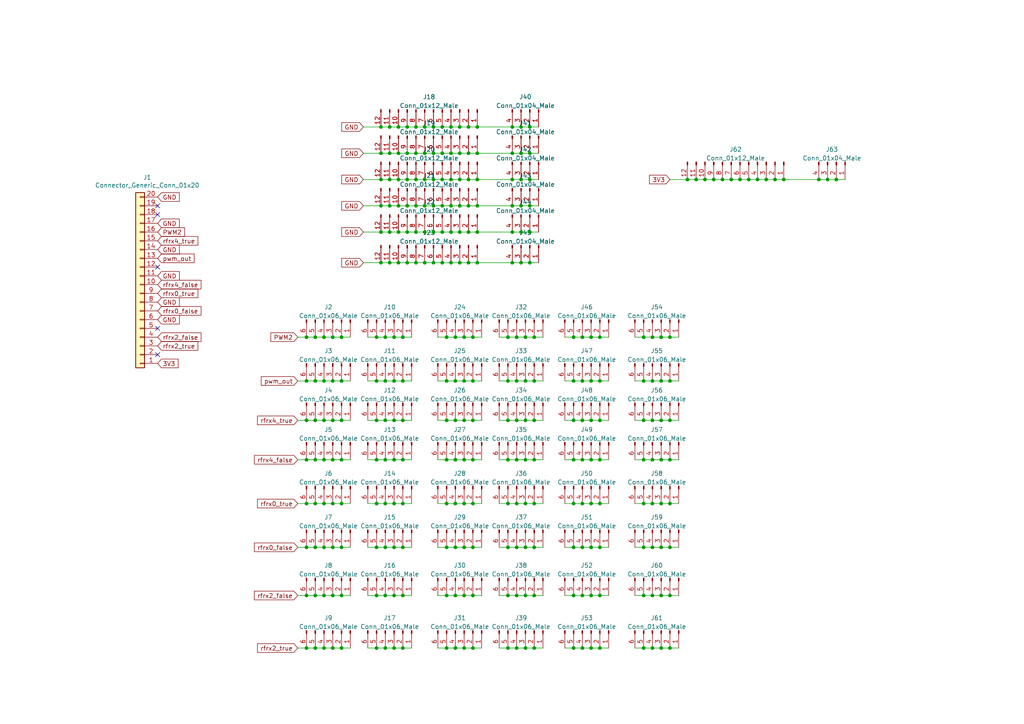
<source format=kicad_sch>
(kicad_sch (version 20211123) (generator eeschema)
  (paper "A4")
  (lib_symbols
    (symbol "Connector:Conn_01x04_Male" (pin_names (offset 1.016) hide)
      (property "Reference" "J" (at 0 5.08 0))
      (property "Value" "Conn_01x04_Male" (at 0 -7.62 0))
      (symbol "Conn_01x04_Male_1_1"
        (pin passive line (at 5.08 2.54 180) (length 3.81) (name "Pin_1") (number "1"))
        (pin passive line (at 5.08 0 180) (length 3.81) (name "Pin_2") (number "2"))
        (pin passive line (at 5.08 -2.54 180) (length 3.81) (name "Pin_3") (number "3"))
        (pin passive line (at 5.08 -5.08 180) (length 3.81) (name "Pin_4") (number "4"))
      )
    )
    (symbol "Connector:Conn_01x06_Male" (pin_names (offset 1.016) hide)
      (property "Reference" "J" (at 0 7.62 0))
      (property "Value" "Conn_01x06_Male" (at 0 -10.16 0))
      (symbol "Conn_01x06_Male_1_1"
        (pin passive line (at 5.08 5.08 180) (length 3.81) (name "Pin_1") (number "1"))
        (pin passive line (at 5.08 2.54 180) (length 3.81) (name "Pin_2") (number "2"))
        (pin passive line (at 5.08 0 180) (length 3.81) (name "Pin_3") (number "3"))
        (pin passive line (at 5.08 -2.54 180) (length 3.81) (name "Pin_4") (number "4"))
        (pin passive line (at 5.08 -5.08 180) (length 3.81) (name "Pin_5") (number "5"))
        (pin passive line (at 5.08 -7.62 180) (length 3.81) (name "Pin_6") (number "6"))
      )
    )
    (symbol "Connector:Conn_01x12_Male" (pin_names (offset 1.016) hide)
      (property "Reference" "J" (at 0 15.24 0))
      (property "Value" "Conn_01x12_Male" (at 0 -17.78 0))
      (symbol "Conn_01x12_Male_1_1"
        (pin passive line (at 5.08 12.7 180) (length 3.81) (name "Pin_1") (number "1"))
        (pin passive line (at 5.08 -10.16 180) (length 3.81) (name "Pin_10") (number "10"))
        (pin passive line (at 5.08 -12.7 180) (length 3.81) (name "Pin_11") (number "11"))
        (pin passive line (at 5.08 -15.24 180) (length 3.81) (name "Pin_12") (number "12"))
        (pin passive line (at 5.08 10.16 180) (length 3.81) (name "Pin_2") (number "2"))
        (pin passive line (at 5.08 7.62 180) (length 3.81) (name "Pin_3") (number "3"))
        (pin passive line (at 5.08 5.08 180) (length 3.81) (name "Pin_4") (number "4"))
        (pin passive line (at 5.08 2.54 180) (length 3.81) (name "Pin_5") (number "5"))
        (pin passive line (at 5.08 0 180) (length 3.81) (name "Pin_6") (number "6"))
        (pin passive line (at 5.08 -2.54 180) (length 3.81) (name "Pin_7") (number "7"))
        (pin passive line (at 5.08 -5.08 180) (length 3.81) (name "Pin_8") (number "8"))
        (pin passive line (at 5.08 -7.62 180) (length 3.81) (name "Pin_9") (number "9"))
      )
    )
    (symbol "bgt:Connector_Generic_Conn_01x20" (pin_names (offset 1.016) hide)
      (property "Reference" "J" (at 0 25.4 0))
      (property "Value" "bgt_Connector_Generic_Conn_01x20" (at 0 -27.94 0))
      (symbol "Connector_Generic_Conn_01x20_1_1"
        (pin passive line (at -5.08 22.86 0) (length 3.81) (name "Pin_1") (number "1"))
        (pin passive line (at -5.08 0 0) (length 3.81) (name "Pin_10") (number "10"))
        (pin passive line (at -5.08 -2.54 0) (length 3.81) (name "Pin_11") (number "11"))
        (pin passive line (at -5.08 -5.08 0) (length 3.81) (name "Pin_12") (number "12"))
        (pin passive line (at -5.08 -7.62 0) (length 3.81) (name "Pin_13") (number "13"))
        (pin passive line (at -5.08 -10.16 0) (length 3.81) (name "Pin_14") (number "14"))
        (pin passive line (at -5.08 -12.7 0) (length 3.81) (name "Pin_15") (number "15"))
        (pin passive line (at -5.08 -15.24 0) (length 3.81) (name "Pin_16") (number "16"))
        (pin passive line (at -5.08 -17.78 0) (length 3.81) (name "Pin_17") (number "17"))
        (pin passive line (at -5.08 -20.32 0) (length 3.81) (name "Pin_18") (number "18"))
        (pin passive line (at -5.08 -22.86 0) (length 3.81) (name "Pin_19") (number "19"))
        (pin passive line (at -5.08 20.32 0) (length 3.81) (name "Pin_2") (number "2"))
        (pin passive line (at -5.08 -25.4 0) (length 3.81) (name "Pin_20") (number "20"))
        (pin passive line (at -5.08 17.78 0) (length 3.81) (name "Pin_3") (number "3"))
        (pin passive line (at -5.08 15.24 0) (length 3.81) (name "Pin_4") (number "4"))
        (pin passive line (at -5.08 12.7 0) (length 3.81) (name "Pin_5") (number "5"))
        (pin passive line (at -5.08 10.16 0) (length 3.81) (name "Pin_6") (number "6"))
        (pin passive line (at -5.08 7.62 0) (length 3.81) (name "Pin_7") (number "7"))
        (pin passive line (at -5.08 5.08 0) (length 3.81) (name "Pin_8") (number "8"))
        (pin passive line (at -5.08 2.54 0) (length 3.81) (name "Pin_9") (number "9"))
      )
    )
  )
  (junction (at 171.45 97.79))
  (junction (at 128.27 36.83))
  (junction (at 189.23 158.75))
  (junction (at 110.49 67.31))
  (junction (at 191.77 133.35))
  (junction (at 224.79 52.07))
  (junction (at 96.52 121.92))
  (junction (at 191.77 146.05))
  (junction (at 149.86 97.79))
  (junction (at 133.35 36.83))
  (junction (at 115.57 52.07))
  (junction (at 96.52 110.49))
  (junction (at 148.59 36.83))
  (junction (at 111.76 121.92))
  (junction (at 147.32 121.92))
  (junction (at 168.91 187.96))
  (junction (at 148.59 76.2))
  (junction (at 191.77 97.79))
  (junction (at 130.81 59.69))
  (junction (at 118.11 52.07))
  (junction (at 153.67 36.83))
  (junction (at 168.91 133.35))
  (junction (at 132.08 158.75))
  (junction (at 116.84 110.49))
  (junction (at 88.9 158.75))
  (junction (at 189.23 97.79))
  (junction (at 110.49 52.07))
  (junction (at 171.45 133.35))
  (junction (at 191.77 110.49))
  (junction (at 132.08 97.79))
  (junction (at 120.65 52.07))
  (junction (at 194.31 187.96))
  (junction (at 130.81 44.45))
  (junction (at 96.52 146.05))
  (junction (at 113.03 44.45))
  (junction (at 201.93 52.07))
  (junction (at 109.22 146.05))
  (junction (at 128.27 44.45))
  (junction (at 154.94 158.75))
  (junction (at 151.13 67.31))
  (junction (at 114.3 97.79))
  (junction (at 191.77 158.75))
  (junction (at 152.4 172.72))
  (junction (at 113.03 59.69))
  (junction (at 99.06 133.35))
  (junction (at 132.08 121.92))
  (junction (at 219.71 52.07))
  (junction (at 173.99 121.92))
  (junction (at 151.13 44.45))
  (junction (at 133.35 52.07))
  (junction (at 132.08 146.05))
  (junction (at 168.91 121.92))
  (junction (at 173.99 97.79))
  (junction (at 109.22 187.96))
  (junction (at 134.62 172.72))
  (junction (at 120.65 44.45))
  (junction (at 191.77 172.72))
  (junction (at 109.22 158.75))
  (junction (at 132.08 110.49))
  (junction (at 137.16 187.96))
  (junction (at 194.31 110.49))
  (junction (at 149.86 133.35))
  (junction (at 189.23 146.05))
  (junction (at 96.52 187.96))
  (junction (at 118.11 76.2))
  (junction (at 173.99 146.05))
  (junction (at 166.37 158.75))
  (junction (at 125.73 76.2))
  (junction (at 123.19 67.31))
  (junction (at 154.94 172.72))
  (junction (at 129.54 133.35))
  (junction (at 153.67 52.07))
  (junction (at 147.32 172.72))
  (junction (at 129.54 110.49))
  (junction (at 153.67 76.2))
  (junction (at 109.22 110.49))
  (junction (at 129.54 158.75))
  (junction (at 93.98 146.05))
  (junction (at 99.06 187.96))
  (junction (at 133.35 44.45))
  (junction (at 166.37 146.05))
  (junction (at 99.06 146.05))
  (junction (at 110.49 36.83))
  (junction (at 134.62 187.96))
  (junction (at 171.45 172.72))
  (junction (at 132.08 133.35))
  (junction (at 99.06 158.75))
  (junction (at 91.44 158.75))
  (junction (at 237.49 52.07))
  (junction (at 173.99 110.49))
  (junction (at 93.98 158.75))
  (junction (at 135.89 44.45))
  (junction (at 91.44 121.92))
  (junction (at 137.16 110.49))
  (junction (at 186.69 97.79))
  (junction (at 138.43 67.31))
  (junction (at 134.62 121.92))
  (junction (at 130.81 76.2))
  (junction (at 114.3 187.96))
  (junction (at 138.43 44.45))
  (junction (at 118.11 44.45))
  (junction (at 151.13 76.2))
  (junction (at 120.65 67.31))
  (junction (at 115.57 59.69))
  (junction (at 134.62 158.75))
  (junction (at 93.98 133.35))
  (junction (at 128.27 67.31))
  (junction (at 110.49 76.2))
  (junction (at 116.84 133.35))
  (junction (at 111.76 97.79))
  (junction (at 154.94 133.35))
  (junction (at 116.84 146.05))
  (junction (at 147.32 158.75))
  (junction (at 149.86 187.96))
  (junction (at 123.19 36.83))
  (junction (at 222.25 52.07))
  (junction (at 91.44 133.35))
  (junction (at 123.19 44.45))
  (junction (at 186.69 158.75))
  (junction (at 194.31 172.72))
  (junction (at 118.11 36.83))
  (junction (at 96.52 172.72))
  (junction (at 154.94 110.49))
  (junction (at 130.81 52.07))
  (junction (at 115.57 36.83))
  (junction (at 148.59 44.45))
  (junction (at 152.4 146.05))
  (junction (at 118.11 67.31))
  (junction (at 191.77 121.92))
  (junction (at 168.91 172.72))
  (junction (at 118.11 59.69))
  (junction (at 125.73 52.07))
  (junction (at 137.16 158.75))
  (junction (at 147.32 133.35))
  (junction (at 189.23 172.72))
  (junction (at 134.62 97.79))
  (junction (at 116.84 172.72))
  (junction (at 186.69 133.35))
  (junction (at 168.91 158.75))
  (junction (at 88.9 146.05))
  (junction (at 134.62 133.35))
  (junction (at 148.59 52.07))
  (junction (at 173.99 187.96))
  (junction (at 133.35 76.2))
  (junction (at 88.9 121.92))
  (junction (at 166.37 110.49))
  (junction (at 96.52 97.79))
  (junction (at 99.06 121.92))
  (junction (at 171.45 121.92))
  (junction (at 171.45 187.96))
  (junction (at 115.57 67.31))
  (junction (at 204.47 52.07))
  (junction (at 147.32 187.96))
  (junction (at 109.22 133.35))
  (junction (at 113.03 67.31))
  (junction (at 120.65 76.2))
  (junction (at 116.84 121.92))
  (junction (at 88.9 187.96))
  (junction (at 171.45 146.05))
  (junction (at 111.76 110.49))
  (junction (at 189.23 133.35))
  (junction (at 217.17 52.07))
  (junction (at 153.67 59.69))
  (junction (at 132.08 172.72))
  (junction (at 129.54 146.05))
  (junction (at 120.65 36.83))
  (junction (at 132.08 187.96))
  (junction (at 194.31 97.79))
  (junction (at 113.03 36.83))
  (junction (at 148.59 59.69))
  (junction (at 109.22 172.72))
  (junction (at 137.16 172.72))
  (junction (at 125.73 36.83))
  (junction (at 194.31 121.92))
  (junction (at 129.54 172.72))
  (junction (at 138.43 76.2))
  (junction (at 194.31 146.05))
  (junction (at 129.54 121.92))
  (junction (at 212.09 52.07))
  (junction (at 227.33 52.07))
  (junction (at 111.76 133.35))
  (junction (at 152.4 97.79))
  (junction (at 173.99 133.35))
  (junction (at 149.86 172.72))
  (junction (at 114.3 172.72))
  (junction (at 154.94 187.96))
  (junction (at 152.4 158.75))
  (junction (at 114.3 121.92))
  (junction (at 135.89 59.69))
  (junction (at 189.23 187.96))
  (junction (at 147.32 110.49))
  (junction (at 137.16 97.79))
  (junction (at 189.23 121.92))
  (junction (at 154.94 97.79))
  (junction (at 186.69 172.72))
  (junction (at 96.52 158.75))
  (junction (at 149.86 146.05))
  (junction (at 113.03 52.07))
  (junction (at 109.22 97.79))
  (junction (at 152.4 121.92))
  (junction (at 91.44 110.49))
  (junction (at 151.13 59.69))
  (junction (at 189.23 110.49))
  (junction (at 99.06 97.79))
  (junction (at 88.9 97.79))
  (junction (at 149.86 121.92))
  (junction (at 129.54 97.79))
  (junction (at 186.69 187.96))
  (junction (at 240.03 52.07))
  (junction (at 130.81 36.83))
  (junction (at 154.94 146.05))
  (junction (at 111.76 146.05))
  (junction (at 120.65 59.69))
  (junction (at 138.43 36.83))
  (junction (at 166.37 187.96))
  (junction (at 91.44 172.72))
  (junction (at 125.73 67.31))
  (junction (at 93.98 187.96))
  (junction (at 138.43 52.07))
  (junction (at 111.76 158.75))
  (junction (at 123.19 59.69))
  (junction (at 93.98 121.92))
  (junction (at 171.45 110.49))
  (junction (at 128.27 76.2))
  (junction (at 125.73 44.45))
  (junction (at 151.13 36.83))
  (junction (at 113.03 76.2))
  (junction (at 115.57 76.2))
  (junction (at 173.99 158.75))
  (junction (at 123.19 52.07))
  (junction (at 168.91 146.05))
  (junction (at 148.59 67.31))
  (junction (at 135.89 76.2))
  (junction (at 93.98 97.79))
  (junction (at 109.22 121.92))
  (junction (at 168.91 97.79))
  (junction (at 99.06 172.72))
  (junction (at 173.99 172.72))
  (junction (at 125.73 59.69))
  (junction (at 154.94 121.92))
  (junction (at 88.9 172.72))
  (junction (at 116.84 97.79))
  (junction (at 128.27 59.69))
  (junction (at 130.81 67.31))
  (junction (at 91.44 146.05))
  (junction (at 147.32 97.79))
  (junction (at 166.37 97.79))
  (junction (at 88.9 110.49))
  (junction (at 207.01 52.07))
  (junction (at 168.91 110.49))
  (junction (at 96.52 133.35))
  (junction (at 186.69 146.05))
  (junction (at 134.62 146.05))
  (junction (at 149.86 158.75))
  (junction (at 194.31 158.75))
  (junction (at 116.84 187.96))
  (junction (at 153.67 67.31))
  (junction (at 111.76 172.72))
  (junction (at 133.35 67.31))
  (junction (at 135.89 67.31))
  (junction (at 88.9 133.35))
  (junction (at 186.69 110.49))
  (junction (at 110.49 44.45))
  (junction (at 115.57 44.45))
  (junction (at 152.4 110.49))
  (junction (at 114.3 146.05))
  (junction (at 149.86 110.49))
  (junction (at 153.67 44.45))
  (junction (at 116.84 158.75))
  (junction (at 138.43 59.69))
  (junction (at 111.76 187.96))
  (junction (at 133.35 59.69))
  (junction (at 191.77 187.96))
  (junction (at 91.44 97.79))
  (junction (at 137.16 121.92))
  (junction (at 242.57 52.07))
  (junction (at 114.3 133.35))
  (junction (at 134.62 110.49))
  (junction (at 199.39 52.07))
  (junction (at 93.98 110.49))
  (junction (at 186.69 121.92))
  (junction (at 137.16 133.35))
  (junction (at 129.54 187.96))
  (junction (at 110.49 59.69))
  (junction (at 114.3 110.49))
  (junction (at 214.63 52.07))
  (junction (at 99.06 110.49))
  (junction (at 135.89 36.83))
  (junction (at 151.13 52.07))
  (junction (at 91.44 187.96))
  (junction (at 135.89 52.07))
  (junction (at 152.4 187.96))
  (junction (at 194.31 133.35))
  (junction (at 166.37 172.72))
  (junction (at 147.32 146.05))
  (junction (at 128.27 52.07))
  (junction (at 114.3 158.75))
  (junction (at 137.16 146.05))
  (junction (at 171.45 158.75))
  (junction (at 93.98 172.72))
  (junction (at 152.4 133.35))
  (junction (at 209.55 52.07))
  (junction (at 123.19 76.2))
  (junction (at 166.37 133.35))
  (junction (at 166.37 121.92))
  (no_connect (at 45.72 95.25))
  (no_connect (at 45.72 102.87))
  (no_connect (at 45.72 77.47))
  (no_connect (at 45.72 62.23))
  (no_connect (at 45.72 59.69))
  (wire (pts (xy 105.41 36.83) (xy 110.49 36.83)))
  (wire (pts (xy 186.69 172.72) (xy 189.23 172.72)))
  (wire (pts (xy 111.76 187.96) (xy 114.3 187.96)))
  (wire (pts (xy 147.32 187.96) (xy 149.86 187.96)))
  (wire (pts (xy 147.32 133.35) (xy 149.86 133.35)))
  (wire (pts (xy 191.77 146.05) (xy 194.31 146.05)))
  (wire (pts (xy 113.03 59.69) (xy 115.57 59.69)))
  (wire (pts (xy 113.03 44.45) (xy 115.57 44.45)))
  (wire (pts (xy 111.76 158.75) (xy 114.3 158.75)))
  (wire (pts (xy 171.45 97.79) (xy 173.99 97.79)))
  (wire (pts (xy 194.31 187.96) (xy 196.85 187.96)))
  (wire (pts (xy 171.45 121.92) (xy 173.99 121.92)))
  (wire (pts (xy 191.77 187.96) (xy 194.31 187.96)))
  (wire (pts (xy 91.44 158.75) (xy 93.98 158.75)))
  (wire (pts (xy 106.68 187.96) (xy 109.22 187.96)))
  (wire (pts (xy 116.84 172.72) (xy 119.38 172.72)))
  (wire (pts (xy 194.31 133.35) (xy 196.85 133.35)))
  (wire (pts (xy 144.78 158.75) (xy 147.32 158.75)))
  (wire (pts (xy 111.76 110.49) (xy 114.3 110.49)))
  (wire (pts (xy 149.86 172.72) (xy 152.4 172.72)))
  (wire (pts (xy 86.36 110.49) (xy 88.9 110.49)))
  (wire (pts (xy 129.54 146.05) (xy 132.08 146.05)))
  (wire (pts (xy 93.98 158.75) (xy 96.52 158.75)))
  (wire (pts (xy 149.86 146.05) (xy 152.4 146.05)))
  (wire (pts (xy 106.68 146.05) (xy 109.22 146.05)))
  (wire (pts (xy 130.81 52.07) (xy 133.35 52.07)))
  (wire (pts (xy 113.03 36.83) (xy 115.57 36.83)))
  (wire (pts (xy 113.03 67.31) (xy 115.57 67.31)))
  (wire (pts (xy 135.89 44.45) (xy 138.43 44.45)))
  (wire (pts (xy 137.16 97.79) (xy 139.7 97.79)))
  (wire (pts (xy 219.71 52.07) (xy 222.25 52.07)))
  (wire (pts (xy 88.9 110.49) (xy 91.44 110.49)))
  (wire (pts (xy 184.15 172.72) (xy 186.69 172.72)))
  (wire (pts (xy 132.08 110.49) (xy 134.62 110.49)))
  (wire (pts (xy 88.9 146.05) (xy 91.44 146.05)))
  (wire (pts (xy 134.62 146.05) (xy 137.16 146.05)))
  (wire (pts (xy 194.31 172.72) (xy 196.85 172.72)))
  (wire (pts (xy 109.22 158.75) (xy 111.76 158.75)))
  (wire (pts (xy 148.59 36.83) (xy 151.13 36.83)))
  (wire (pts (xy 227.33 52.07) (xy 237.49 52.07)))
  (wire (pts (xy 99.06 158.75) (xy 101.6 158.75)))
  (wire (pts (xy 91.44 133.35) (xy 93.98 133.35)))
  (wire (pts (xy 184.15 133.35) (xy 186.69 133.35)))
  (wire (pts (xy 110.49 52.07) (xy 113.03 52.07)))
  (wire (pts (xy 186.69 110.49) (xy 189.23 110.49)))
  (wire (pts (xy 114.3 172.72) (xy 116.84 172.72)))
  (wire (pts (xy 116.84 110.49) (xy 119.38 110.49)))
  (wire (pts (xy 171.45 110.49) (xy 173.99 110.49)))
  (wire (pts (xy 163.83 133.35) (xy 166.37 133.35)))
  (wire (pts (xy 166.37 133.35) (xy 168.91 133.35)))
  (wire (pts (xy 96.52 110.49) (xy 99.06 110.49)))
  (wire (pts (xy 125.73 52.07) (xy 128.27 52.07)))
  (wire (pts (xy 130.81 67.31) (xy 133.35 67.31)))
  (wire (pts (xy 189.23 172.72) (xy 191.77 172.72)))
  (wire (pts (xy 138.43 52.07) (xy 148.59 52.07)))
  (wire (pts (xy 166.37 110.49) (xy 168.91 110.49)))
  (wire (pts (xy 135.89 52.07) (xy 138.43 52.07)))
  (wire (pts (xy 91.44 97.79) (xy 93.98 97.79)))
  (wire (pts (xy 93.98 97.79) (xy 96.52 97.79)))
  (wire (pts (xy 127 121.92) (xy 129.54 121.92)))
  (wire (pts (xy 189.23 187.96) (xy 191.77 187.96)))
  (wire (pts (xy 127 146.05) (xy 129.54 146.05)))
  (wire (pts (xy 137.16 121.92) (xy 139.7 121.92)))
  (wire (pts (xy 144.78 172.72) (xy 147.32 172.72)))
  (wire (pts (xy 125.73 67.31) (xy 128.27 67.31)))
  (wire (pts (xy 116.84 121.92) (xy 119.38 121.92)))
  (wire (pts (xy 144.78 110.49) (xy 147.32 110.49)))
  (wire (pts (xy 96.52 133.35) (xy 99.06 133.35)))
  (wire (pts (xy 135.89 59.69) (xy 138.43 59.69)))
  (wire (pts (xy 151.13 67.31) (xy 153.67 67.31)))
  (wire (pts (xy 110.49 67.31) (xy 113.03 67.31)))
  (wire (pts (xy 154.94 121.92) (xy 157.48 121.92)))
  (wire (pts (xy 171.45 146.05) (xy 173.99 146.05)))
  (wire (pts (xy 105.41 67.31) (xy 110.49 67.31)))
  (wire (pts (xy 132.08 121.92) (xy 134.62 121.92)))
  (wire (pts (xy 115.57 52.07) (xy 118.11 52.07)))
  (wire (pts (xy 93.98 133.35) (xy 96.52 133.35)))
  (wire (pts (xy 105.41 59.69) (xy 110.49 59.69)))
  (wire (pts (xy 135.89 76.2) (xy 138.43 76.2)))
  (wire (pts (xy 134.62 187.96) (xy 137.16 187.96)))
  (wire (pts (xy 163.83 121.92) (xy 166.37 121.92)))
  (wire (pts (xy 125.73 76.2) (xy 128.27 76.2)))
  (wire (pts (xy 88.9 158.75) (xy 91.44 158.75)))
  (wire (pts (xy 194.31 52.07) (xy 199.39 52.07)))
  (wire (pts (xy 127 158.75) (xy 129.54 158.75)))
  (wire (pts (xy 184.15 146.05) (xy 186.69 146.05)))
  (wire (pts (xy 149.86 187.96) (xy 152.4 187.96)))
  (wire (pts (xy 184.15 121.92) (xy 186.69 121.92)))
  (wire (pts (xy 123.19 59.69) (xy 125.73 59.69)))
  (wire (pts (xy 224.79 52.07) (xy 227.33 52.07)))
  (wire (pts (xy 147.32 172.72) (xy 149.86 172.72)))
  (wire (pts (xy 129.54 133.35) (xy 132.08 133.35)))
  (wire (pts (xy 133.35 76.2) (xy 135.89 76.2)))
  (wire (pts (xy 116.84 187.96) (xy 119.38 187.96)))
  (wire (pts (xy 128.27 59.69) (xy 130.81 59.69)))
  (wire (pts (xy 99.06 121.92) (xy 101.6 121.92)))
  (wire (pts (xy 99.06 97.79) (xy 101.6 97.79)))
  (wire (pts (xy 86.36 146.05) (xy 88.9 146.05)))
  (wire (pts (xy 120.65 36.83) (xy 123.19 36.83)))
  (wire (pts (xy 166.37 146.05) (xy 168.91 146.05)))
  (wire (pts (xy 166.37 172.72) (xy 168.91 172.72)))
  (wire (pts (xy 114.3 133.35) (xy 116.84 133.35)))
  (wire (pts (xy 147.32 158.75) (xy 149.86 158.75)))
  (wire (pts (xy 144.78 133.35) (xy 147.32 133.35)))
  (wire (pts (xy 138.43 36.83) (xy 148.59 36.83)))
  (wire (pts (xy 88.9 133.35) (xy 91.44 133.35)))
  (wire (pts (xy 96.52 172.72) (xy 99.06 172.72)))
  (wire (pts (xy 133.35 44.45) (xy 135.89 44.45)))
  (wire (pts (xy 130.81 76.2) (xy 133.35 76.2)))
  (wire (pts (xy 138.43 44.45) (xy 148.59 44.45)))
  (wire (pts (xy 168.91 97.79) (xy 171.45 97.79)))
  (wire (pts (xy 151.13 36.83) (xy 153.67 36.83)))
  (wire (pts (xy 138.43 76.2) (xy 148.59 76.2)))
  (wire (pts (xy 189.23 121.92) (xy 191.77 121.92)))
  (wire (pts (xy 184.15 110.49) (xy 186.69 110.49)))
  (wire (pts (xy 86.36 172.72) (xy 88.9 172.72)))
  (wire (pts (xy 118.11 59.69) (xy 120.65 59.69)))
  (wire (pts (xy 152.4 187.96) (xy 154.94 187.96)))
  (wire (pts (xy 111.76 133.35) (xy 114.3 133.35)))
  (wire (pts (xy 149.86 133.35) (xy 152.4 133.35)))
  (wire (pts (xy 86.36 158.75) (xy 88.9 158.75)))
  (wire (pts (xy 148.59 59.69) (xy 151.13 59.69)))
  (wire (pts (xy 217.17 52.07) (xy 219.71 52.07)))
  (wire (pts (xy 99.06 146.05) (xy 101.6 146.05)))
  (wire (pts (xy 105.41 44.45) (xy 110.49 44.45)))
  (wire (pts (xy 106.68 121.92) (xy 109.22 121.92)))
  (wire (pts (xy 106.68 172.72) (xy 109.22 172.72)))
  (wire (pts (xy 149.86 97.79) (xy 152.4 97.79)))
  (wire (pts (xy 144.78 121.92) (xy 147.32 121.92)))
  (wire (pts (xy 166.37 121.92) (xy 168.91 121.92)))
  (wire (pts (xy 134.62 133.35) (xy 137.16 133.35)))
  (wire (pts (xy 123.19 44.45) (xy 125.73 44.45)))
  (wire (pts (xy 128.27 52.07) (xy 130.81 52.07)))
  (wire (pts (xy 191.77 133.35) (xy 194.31 133.35)))
  (wire (pts (xy 240.03 52.07) (xy 242.57 52.07)))
  (wire (pts (xy 113.03 52.07) (xy 115.57 52.07)))
  (wire (pts (xy 144.78 187.96) (xy 147.32 187.96)))
  (wire (pts (xy 144.78 146.05) (xy 147.32 146.05)))
  (wire (pts (xy 152.4 97.79) (xy 154.94 97.79)))
  (wire (pts (xy 96.52 187.96) (xy 99.06 187.96)))
  (wire (pts (xy 134.62 97.79) (xy 137.16 97.79)))
  (wire (pts (xy 194.31 121.92) (xy 196.85 121.92)))
  (wire (pts (xy 99.06 110.49) (xy 101.6 110.49)))
  (wire (pts (xy 166.37 97.79) (xy 168.91 97.79)))
  (wire (pts (xy 91.44 146.05) (xy 93.98 146.05)))
  (wire (pts (xy 118.11 36.83) (xy 120.65 36.83)))
  (wire (pts (xy 152.4 158.75) (xy 154.94 158.75)))
  (wire (pts (xy 125.73 59.69) (xy 128.27 59.69)))
  (wire (pts (xy 88.9 97.79) (xy 91.44 97.79)))
  (wire (pts (xy 184.15 97.79) (xy 186.69 97.79)))
  (wire (pts (xy 110.49 36.83) (xy 113.03 36.83)))
  (wire (pts (xy 114.3 146.05) (xy 116.84 146.05)))
  (wire (pts (xy 129.54 97.79) (xy 132.08 97.79)))
  (wire (pts (xy 114.3 121.92) (xy 116.84 121.92)))
  (wire (pts (xy 173.99 158.75) (xy 176.53 158.75)))
  (wire (pts (xy 168.91 187.96) (xy 171.45 187.96)))
  (wire (pts (xy 186.69 158.75) (xy 189.23 158.75)))
  (wire (pts (xy 93.98 121.92) (xy 96.52 121.92)))
  (wire (pts (xy 151.13 52.07) (xy 153.67 52.07)))
  (wire (pts (xy 129.54 110.49) (xy 132.08 110.49)))
  (wire (pts (xy 91.44 187.96) (xy 93.98 187.96)))
  (wire (pts (xy 147.32 121.92) (xy 149.86 121.92)))
  (wire (pts (xy 127 187.96) (xy 129.54 187.96)))
  (wire (pts (xy 168.91 110.49) (xy 171.45 110.49)))
  (wire (pts (xy 111.76 146.05) (xy 114.3 146.05)))
  (wire (pts (xy 137.16 133.35) (xy 139.7 133.35)))
  (wire (pts (xy 212.09 52.07) (xy 214.63 52.07)))
  (wire (pts (xy 194.31 158.75) (xy 196.85 158.75)))
  (wire (pts (xy 153.67 36.83) (xy 156.21 36.83)))
  (wire (pts (xy 133.35 36.83) (xy 135.89 36.83)))
  (wire (pts (xy 191.77 172.72) (xy 194.31 172.72)))
  (wire (pts (xy 222.25 52.07) (xy 224.79 52.07)))
  (wire (pts (xy 86.36 97.79) (xy 88.9 97.79)))
  (wire (pts (xy 132.08 187.96) (xy 134.62 187.96)))
  (wire (pts (xy 151.13 76.2) (xy 153.67 76.2)))
  (wire (pts (xy 111.76 97.79) (xy 114.3 97.79)))
  (wire (pts (xy 93.98 172.72) (xy 96.52 172.72)))
  (wire (pts (xy 132.08 146.05) (xy 134.62 146.05)))
  (wire (pts (xy 163.83 158.75) (xy 166.37 158.75)))
  (wire (pts (xy 129.54 158.75) (xy 132.08 158.75)))
  (wire (pts (xy 118.11 52.07) (xy 120.65 52.07)))
  (wire (pts (xy 171.45 158.75) (xy 173.99 158.75)))
  (wire (pts (xy 120.65 76.2) (xy 123.19 76.2)))
  (wire (pts (xy 114.3 97.79) (xy 116.84 97.79)))
  (wire (pts (xy 109.22 172.72) (xy 111.76 172.72)))
  (wire (pts (xy 113.03 76.2) (xy 115.57 76.2)))
  (wire (pts (xy 115.57 67.31) (xy 118.11 67.31)))
  (wire (pts (xy 134.62 110.49) (xy 137.16 110.49)))
  (wire (pts (xy 242.57 52.07) (xy 245.11 52.07)))
  (wire (pts (xy 116.84 97.79) (xy 119.38 97.79)))
  (wire (pts (xy 115.57 44.45) (xy 118.11 44.45)))
  (wire (pts (xy 116.84 133.35) (xy 119.38 133.35)))
  (wire (pts (xy 91.44 172.72) (xy 93.98 172.72)))
  (wire (pts (xy 166.37 158.75) (xy 168.91 158.75)))
  (wire (pts (xy 91.44 121.92) (xy 93.98 121.92)))
  (wire (pts (xy 130.81 59.69) (xy 133.35 59.69)))
  (wire (pts (xy 106.68 158.75) (xy 109.22 158.75)))
  (wire (pts (xy 99.06 133.35) (xy 101.6 133.35)))
  (wire (pts (xy 138.43 59.69) (xy 148.59 59.69)))
  (wire (pts (xy 114.3 187.96) (xy 116.84 187.96)))
  (wire (pts (xy 137.16 172.72) (xy 139.7 172.72)))
  (wire (pts (xy 153.67 52.07) (xy 156.21 52.07)))
  (wire (pts (xy 163.83 97.79) (xy 166.37 97.79)))
  (wire (pts (xy 135.89 67.31) (xy 138.43 67.31)))
  (wire (pts (xy 173.99 187.96) (xy 176.53 187.96)))
  (wire (pts (xy 86.36 187.96) (xy 88.9 187.96)))
  (wire (pts (xy 120.65 59.69) (xy 123.19 59.69)))
  (wire (pts (xy 88.9 121.92) (xy 91.44 121.92)))
  (wire (pts (xy 168.91 146.05) (xy 171.45 146.05)))
  (wire (pts (xy 123.19 67.31) (xy 125.73 67.31)))
  (wire (pts (xy 154.94 158.75) (xy 157.48 158.75)))
  (wire (pts (xy 86.36 121.92) (xy 88.9 121.92)))
  (wire (pts (xy 153.67 67.31) (xy 156.21 67.31)))
  (wire (pts (xy 154.94 146.05) (xy 157.48 146.05)))
  (wire (pts (xy 114.3 110.49) (xy 116.84 110.49)))
  (wire (pts (xy 96.52 146.05) (xy 99.06 146.05)))
  (wire (pts (xy 109.22 110.49) (xy 111.76 110.49)))
  (wire (pts (xy 137.16 146.05) (xy 139.7 146.05)))
  (wire (pts (xy 127 172.72) (xy 129.54 172.72)))
  (wire (pts (xy 171.45 187.96) (xy 173.99 187.96)))
  (wire (pts (xy 186.69 187.96) (xy 189.23 187.96)))
  (wire (pts (xy 109.22 133.35) (xy 111.76 133.35)))
  (wire (pts (xy 173.99 146.05) (xy 176.53 146.05)))
  (wire (pts (xy 123.19 52.07) (xy 125.73 52.07)))
  (wire (pts (xy 154.94 133.35) (xy 157.48 133.35)))
  (wire (pts (xy 152.4 110.49) (xy 154.94 110.49)))
  (wire (pts (xy 154.94 172.72) (xy 157.48 172.72)))
  (wire (pts (xy 133.35 52.07) (xy 135.89 52.07)))
  (wire (pts (xy 128.27 67.31) (xy 130.81 67.31)))
  (wire (pts (xy 120.65 52.07) (xy 123.19 52.07)))
  (wire (pts (xy 133.35 67.31) (xy 135.89 67.31)))
  (wire (pts (xy 173.99 133.35) (xy 176.53 133.35)))
  (wire (pts (xy 149.86 110.49) (xy 152.4 110.49)))
  (wire (pts (xy 132.08 133.35) (xy 134.62 133.35)))
  (wire (pts (xy 93.98 187.96) (xy 96.52 187.96)))
  (wire (pts (xy 152.4 133.35) (xy 154.94 133.35)))
  (wire (pts (xy 106.68 133.35) (xy 109.22 133.35)))
  (wire (pts (xy 106.68 97.79) (xy 109.22 97.79)))
  (wire (pts (xy 138.43 67.31) (xy 148.59 67.31)))
  (wire (pts (xy 173.99 97.79) (xy 176.53 97.79)))
  (wire (pts (xy 111.76 121.92) (xy 114.3 121.92)))
  (wire (pts (xy 105.41 52.07) (xy 110.49 52.07)))
  (wire (pts (xy 109.22 146.05) (xy 111.76 146.05)))
  (wire (pts (xy 168.91 133.35) (xy 171.45 133.35)))
  (wire (pts (xy 173.99 172.72) (xy 176.53 172.72)))
  (wire (pts (xy 118.11 76.2) (xy 120.65 76.2)))
  (wire (pts (xy 134.62 121.92) (xy 137.16 121.92)))
  (wire (pts (xy 111.76 172.72) (xy 114.3 172.72)))
  (wire (pts (xy 166.37 187.96) (xy 168.91 187.96)))
  (wire (pts (xy 129.54 121.92) (xy 132.08 121.92)))
  (wire (pts (xy 115.57 36.83) (xy 118.11 36.83)))
  (wire (pts (xy 194.31 146.05) (xy 196.85 146.05)))
  (wire (pts (xy 163.83 172.72) (xy 166.37 172.72)))
  (wire (pts (xy 135.89 36.83) (xy 138.43 36.83)))
  (wire (pts (xy 147.32 97.79) (xy 149.86 97.79)))
  (wire (pts (xy 137.16 158.75) (xy 139.7 158.75)))
  (wire (pts (xy 191.77 110.49) (xy 194.31 110.49)))
  (wire (pts (xy 125.73 36.83) (xy 128.27 36.83)))
  (wire (pts (xy 133.35 59.69) (xy 135.89 59.69)))
  (wire (pts (xy 110.49 59.69) (xy 113.03 59.69)))
  (wire (pts (xy 115.57 76.2) (xy 118.11 76.2)))
  (wire (pts (xy 171.45 133.35) (xy 173.99 133.35)))
  (wire (pts (xy 132.08 172.72) (xy 134.62 172.72)))
  (wire (pts (xy 137.16 110.49) (xy 139.7 110.49)))
  (wire (pts (xy 168.91 158.75) (xy 171.45 158.75)))
  (wire (pts (xy 171.45 172.72) (xy 173.99 172.72)))
  (wire (pts (xy 152.4 146.05) (xy 154.94 146.05)))
  (wire (pts (xy 148.59 44.45) (xy 151.13 44.45)))
  (wire (pts (xy 189.23 133.35) (xy 191.77 133.35)))
  (wire (pts (xy 132.08 158.75) (xy 134.62 158.75)))
  (wire (pts (xy 96.52 158.75) (xy 99.06 158.75)))
  (wire (pts (xy 154.94 110.49) (xy 157.48 110.49)))
  (wire (pts (xy 123.19 36.83) (xy 125.73 36.83)))
  (wire (pts (xy 154.94 187.96) (xy 157.48 187.96)))
  (wire (pts (xy 186.69 121.92) (xy 189.23 121.92)))
  (wire (pts (xy 128.27 76.2) (xy 130.81 76.2)))
  (wire (pts (xy 109.22 97.79) (xy 111.76 97.79)))
  (wire (pts (xy 96.52 97.79) (xy 99.06 97.79)))
  (wire (pts (xy 99.06 172.72) (xy 101.6 172.72)))
  (wire (pts (xy 114.3 158.75) (xy 116.84 158.75)))
  (wire (pts (xy 163.83 146.05) (xy 166.37 146.05)))
  (wire (pts (xy 186.69 133.35) (xy 189.23 133.35)))
  (wire (pts (xy 149.86 121.92) (xy 152.4 121.92)))
  (wire (pts (xy 128.27 44.45) (xy 130.81 44.45)))
  (wire (pts (xy 168.91 121.92) (xy 171.45 121.92)))
  (wire (pts (xy 127 97.79) (xy 129.54 97.79)))
  (wire (pts (xy 118.11 67.31) (xy 120.65 67.31)))
  (wire (pts (xy 149.86 158.75) (xy 152.4 158.75)))
  (wire (pts (xy 93.98 110.49) (xy 96.52 110.49)))
  (wire (pts (xy 152.4 172.72) (xy 154.94 172.72)))
  (wire (pts (xy 110.49 44.45) (xy 113.03 44.45)))
  (wire (pts (xy 191.77 97.79) (xy 194.31 97.79)))
  (wire (pts (xy 147.32 146.05) (xy 149.86 146.05)))
  (wire (pts (xy 152.4 121.92) (xy 154.94 121.92)))
  (wire (pts (xy 191.77 121.92) (xy 194.31 121.92)))
  (wire (pts (xy 96.52 121.92) (xy 99.06 121.92)))
  (wire (pts (xy 127 110.49) (xy 129.54 110.49)))
  (wire (pts (xy 134.62 172.72) (xy 137.16 172.72)))
  (wire (pts (xy 116.84 146.05) (xy 119.38 146.05)))
  (wire (pts (xy 148.59 76.2) (xy 151.13 76.2)))
  (wire (pts (xy 110.49 76.2) (xy 113.03 76.2)))
  (wire (pts (xy 173.99 110.49) (xy 176.53 110.49)))
  (wire (pts (xy 127 133.35) (xy 129.54 133.35)))
  (wire (pts (xy 115.57 59.69) (xy 118.11 59.69)))
  (wire (pts (xy 168.91 172.72) (xy 171.45 172.72)))
  (wire (pts (xy 194.31 110.49) (xy 196.85 110.49)))
  (wire (pts (xy 214.63 52.07) (xy 217.17 52.07)))
  (wire (pts (xy 151.13 59.69) (xy 153.67 59.69)))
  (wire (pts (xy 118.11 44.45) (xy 120.65 44.45)))
  (wire (pts (xy 163.83 187.96) (xy 166.37 187.96)))
  (wire (pts (xy 184.15 187.96) (xy 186.69 187.96)))
  (wire (pts (xy 144.78 97.79) (xy 147.32 97.79)))
  (wire (pts (xy 154.94 97.79) (xy 157.48 97.79)))
  (wire (pts (xy 189.23 110.49) (xy 191.77 110.49)))
  (wire (pts (xy 86.36 133.35) (xy 88.9 133.35)))
  (wire (pts (xy 125.73 44.45) (xy 128.27 44.45)))
  (wire (pts (xy 151.13 44.45) (xy 153.67 44.45)))
  (wire (pts (xy 163.83 110.49) (xy 166.37 110.49)))
  (wire (pts (xy 88.9 172.72) (xy 91.44 172.72)))
  (wire (pts (xy 148.59 67.31) (xy 151.13 67.31)))
  (wire (pts (xy 99.06 187.96) (xy 101.6 187.96)))
  (wire (pts (xy 128.27 36.83) (xy 130.81 36.83)))
  (wire (pts (xy 189.23 158.75) (xy 191.77 158.75)))
  (wire (pts (xy 130.81 44.45) (xy 133.35 44.45)))
  (wire (pts (xy 88.9 187.96) (xy 91.44 187.96)))
  (wire (pts (xy 153.67 59.69) (xy 156.21 59.69)))
  (wire (pts (xy 109.22 187.96) (xy 111.76 187.96)))
  (wire (pts (xy 132.08 97.79) (xy 134.62 97.79)))
  (wire (pts (xy 134.62 158.75) (xy 137.16 158.75)))
  (wire (pts (xy 123.19 76.2) (xy 125.73 76.2)))
  (wire (pts (xy 129.54 172.72) (xy 132.08 172.72)))
  (wire (pts (xy 109.22 121.92) (xy 111.76 121.92)))
  (wire (pts (xy 186.69 97.79) (xy 189.23 97.79)))
  (wire (pts (xy 189.23 97.79) (xy 191.77 97.79)))
  (wire (pts (xy 184.15 158.75) (xy 186.69 158.75)))
  (wire (pts (xy 204.47 52.07) (xy 207.01 52.07)))
  (wire (pts (xy 91.44 110.49) (xy 93.98 110.49)))
  (wire (pts (xy 93.98 146.05) (xy 96.52 146.05)))
  (wire (pts (xy 137.16 187.96) (xy 139.7 187.96)))
  (wire (pts (xy 120.65 67.31) (xy 123.19 67.31)))
  (wire (pts (xy 105.41 76.2) (xy 110.49 76.2)))
  (wire (pts (xy 106.68 110.49) (xy 109.22 110.49)))
  (wire (pts (xy 120.65 44.45) (xy 123.19 44.45)))
  (wire (pts (xy 173.99 121.92) (xy 176.53 121.92)))
  (wire (pts (xy 237.49 52.07) (xy 240.03 52.07)))
  (wire (pts (xy 153.67 44.45) (xy 156.21 44.45)))
  (wire (pts (xy 129.54 187.96) (xy 132.08 187.96)))
  (wire (pts (xy 199.39 52.07) (xy 201.93 52.07)))
  (wire (pts (xy 189.23 146.05) (xy 191.77 146.05)))
  (wire (pts (xy 207.01 52.07) (xy 209.55 52.07)))
  (wire (pts (xy 153.67 76.2) (xy 156.21 76.2)))
  (wire (pts (xy 148.59 52.07) (xy 151.13 52.07)))
  (wire (pts (xy 191.77 158.75) (xy 194.31 158.75)))
  (wire (pts (xy 186.69 146.05) (xy 189.23 146.05)))
  (wire (pts (xy 194.31 97.79) (xy 196.85 97.79)))
  (wire (pts (xy 209.55 52.07) (xy 212.09 52.07)))
  (wire (pts (xy 116.84 158.75) (xy 119.38 158.75)))
  (wire (pts (xy 130.81 36.83) (xy 133.35 36.83)))
  (wire (pts (xy 201.93 52.07) (xy 204.47 52.07)))
  (wire (pts (xy 147.32 110.49) (xy 149.86 110.49)))
  (global_label "pwm_out" (shape input) (at 45.72 74.93 0) (property "Intersheet References" "${INTERSHEET_REFS}" (effects hide)))
  (global_label "GND" (shape input) (at 45.72 64.77 0) (property "Intersheet References" "${INTERSHEET_REFS}" (effects hide)))
  (global_label "GND" (shape input) (at 105.41 44.45 180) (property "Intersheet References" "${INTERSHEET_REFS}" (effects hide)))
  (global_label "GND" (shape input) (at 45.72 80.01 0) (property "Intersheet References" "${INTERSHEET_REFS}" (effects hide)))
  (global_label "rfrx2_false" (shape input) (at 86.36 172.72 180) (property "Intersheet References" "${INTERSHEET_REFS}" (effects hide)))
  (global_label "rfrx4_false" (shape input) (at 45.72 82.55 0) (property "Intersheet References" "${INTERSHEET_REFS}" (effects hide)))
  (global_label "pwm_out" (shape input) (at 86.36 110.49 180) (property "Intersheet References" "${INTERSHEET_REFS}" (effects hide)))
  (global_label "3V3" (shape input) (at 194.31 52.07 180) (property "Intersheet References" "${INTERSHEET_REFS}" (effects hide)))
  (global_label "GND" (shape input) (at 45.72 57.15 0) (property "Intersheet References" "${INTERSHEET_REFS}" (effects hide)))
  (global_label "rfrx4_true" (shape input) (at 45.72 69.85 0) (property "Intersheet References" "${INTERSHEET_REFS}" (effects hide)))
  (global_label "GND" (shape input) (at 45.72 72.39 0) (property "Intersheet References" "${INTERSHEET_REFS}" (effects hide)))
  (global_label "rfrx4_false" (shape input) (at 86.36 133.35 180) (property "Intersheet References" "${INTERSHEET_REFS}" (effects hide)))
  (global_label "3V3" (shape input) (at 45.72 105.41 0) (property "Intersheet References" "${INTERSHEET_REFS}" (effects hide)))
  (global_label "rfrx2_true" (shape input) (at 86.36 187.96 180) (property "Intersheet References" "${INTERSHEET_REFS}" (effects hide)))
  (global_label "GND" (shape input) (at 105.41 36.83 180) (property "Intersheet References" "${INTERSHEET_REFS}" (effects hide)))
  (global_label "rfrx0_true" (shape input) (at 45.72 85.09 0) (property "Intersheet References" "${INTERSHEET_REFS}" (effects hide)))
  (global_label "GND" (shape input) (at 105.41 76.2 180) (property "Intersheet References" "${INTERSHEET_REFS}" (effects hide)))
  (global_label "GND" (shape input) (at 105.41 59.69 180) (property "Intersheet References" "${INTERSHEET_REFS}" (effects hide)))
  (global_label "PWM2" (shape input) (at 45.72 67.31 0) (property "Intersheet References" "${INTERSHEET_REFS}" (effects hide)))
  (global_label "rfrx2_false" (shape input) (at 45.72 97.79 0) (property "Intersheet References" "${INTERSHEET_REFS}" (effects hide)))
  (global_label "rfrx0_false" (shape input) (at 45.72 90.17 0) (property "Intersheet References" "${INTERSHEET_REFS}" (effects hide)))
  (global_label "rfrx2_true" (shape input) (at 45.72 100.33 0) (property "Intersheet References" "${INTERSHEET_REFS}" (effects hide)))
  (global_label "GND" (shape input) (at 105.41 67.31 180) (property "Intersheet References" "${INTERSHEET_REFS}" (effects hide)))
  (global_label "rfrx0_true" (shape input) (at 86.36 146.05 180) (property "Intersheet References" "${INTERSHEET_REFS}" (effects hide)))
  (global_label "rfrx4_true" (shape input) (at 86.36 121.92 180) (property "Intersheet References" "${INTERSHEET_REFS}" (effects hide)))
  (global_label "GND" (shape input) (at 45.72 87.63 0) (property "Intersheet References" "${INTERSHEET_REFS}" (effects hide)))
  (global_label "PWM2" (shape input) (at 86.36 97.79 180) (property "Intersheet References" "${INTERSHEET_REFS}" (effects hide)))
  (global_label "GND" (shape input) (at 105.41 52.07 180) (property "Intersheet References" "${INTERSHEET_REFS}" (effects hide)))
  (global_label "rfrx0_false" (shape input) (at 86.36 158.75 180) (property "Intersheet References" "${INTERSHEET_REFS}" (effects hide)))
  (global_label "GND" (shape input) (at 45.72 92.71 0) (property "Intersheet References" "${INTERSHEET_REFS}" (effects hide)))
  (symbol (lib_id "bgt:Connector_Generic_Conn_01x20") (at 40.64 82.55 180) (unit 1)
    (property "Reference" "J1" (at 42.7228 51.435 0))
    (property "Value" "Connector_Generic_Conn_01x20" (at 42.7228 53.7464 0))
    (property "Footprint" "Connector_PinHeader_2.54mm:PinHeader_1x20_P2.54mm_Vertical" (effects hide))
  )
  (symbol (lib_id "Connector:Conn_01x06_Male") (at 152.4 153.67 270) (unit 1)
    (property "Reference" "J37" (at 151.13 150.021 90))
    (property "Value" "Conn_01x06_Male" (at 151.13 152.5579 90))
    (property "Footprint" "Connector_PinHeader_2.54mm:PinHeader_1x06_P2.54mm_Vertical" (effects hide))
  )
  (symbol (lib_id "Connector:Conn_01x06_Male") (at 152.4 128.27 270) (unit 1)
    (property "Reference" "J35" (at 151.13 124.621 90))
    (property "Value" "Conn_01x06_Male" (at 151.13 127.1579 90))
    (property "Footprint" "Connector_PinHeader_2.54mm:PinHeader_1x06_P2.54mm_Vertical" (effects hide))
  )
  (symbol (lib_id "Connector:Conn_01x06_Male") (at 96.52 92.71 270) (unit 1)
    (property "Reference" "J2" (at 95.25 89.061 90))
    (property "Value" "Conn_01x06_Male" (at 95.25 91.5979 90))
  )
  (symbol (lib_id "Connector:Conn_01x06_Male") (at 191.77 182.88 270) (unit 1)
    (property "Reference" "J61" (at 190.5 179.231 90))
    (property "Value" "Conn_01x06_Male" (at 190.5 181.7679 90))
    (property "Footprint" "Connector_PinHeader_2.54mm:PinHeader_1x06_P2.54mm_Vertical" (effects hide))
  )
  (symbol (lib_id "Connector:Conn_01x04_Male") (at 153.67 31.75 270) (unit 1)
    (property "Reference" "J40" (at 152.4 28.101 90))
    (property "Value" "Conn_01x04_Male" (at 152.4 30.6379 90))
    (property "Footprint" "Connector_PinHeader_2.54mm:PinHeader_1x04_P2.54mm_Vertical" (effects hide))
  )
  (symbol (lib_id "Connector:Conn_01x06_Male") (at 114.3 182.88 270) (unit 1)
    (property "Reference" "J17" (at 113.03 179.231 90))
    (property "Value" "Conn_01x06_Male" (at 113.03 181.7679 90))
    (property "Footprint" "Connector_PinHeader_2.54mm:PinHeader_1x06_P2.54mm_Vertical" (effects hide))
  )
  (symbol (lib_id "Connector:Conn_01x12_Male") (at 125.73 31.75 270) (unit 1)
    (property "Reference" "J18" (at 124.46 28.101 90))
    (property "Value" "Conn_01x12_Male" (at 124.46 30.6379 90))
    (property "Footprint" "Connector_PinHeader_2.54mm:PinHeader_1x12_P2.54mm_Vertical" (effects hide))
  )
  (symbol (lib_id "Connector:Conn_01x06_Male") (at 171.45 105.41 270) (unit 1)
    (property "Reference" "J47" (at 170.18 101.761 90))
    (property "Value" "Conn_01x06_Male" (at 170.18 104.2979 90))
    (property "Footprint" "Connector_PinHeader_2.54mm:PinHeader_1x06_P2.54mm_Vertical" (effects hide))
  )
  (symbol (lib_id "Connector:Conn_01x06_Male") (at 134.62 128.27 270) (unit 1)
    (property "Reference" "J27" (at 133.35 124.621 90))
    (property "Value" "Conn_01x06_Male" (at 133.35 127.1579 90))
    (property "Footprint" "Connector_PinHeader_2.54mm:PinHeader_1x06_P2.54mm_Vertical" (effects hide))
  )
  (symbol (lib_id "Connector:Conn_01x06_Male") (at 191.77 128.27 270) (unit 1)
    (property "Reference" "J57" (at 190.5 124.621 90))
    (property "Value" "Conn_01x06_Male" (at 190.5 127.1579 90))
    (property "Footprint" "Connector_PinHeader_2.54mm:PinHeader_1x06_P2.54mm_Vertical" (effects hide))
  )
  (symbol (lib_id "Connector:Conn_01x06_Male") (at 152.4 167.64 270) (unit 1)
    (property "Reference" "J38" (at 151.13 163.991 90))
    (property "Value" "Conn_01x06_Male" (at 151.13 166.5279 90))
    (property "Footprint" "Connector_PinHeader_2.54mm:PinHeader_1x06_P2.54mm_Vertical" (effects hide))
  )
  (symbol (lib_id "Connector:Conn_01x06_Male") (at 114.3 128.27 270) (unit 1)
    (property "Reference" "J13" (at 113.03 124.621 90))
    (property "Value" "Conn_01x06_Male" (at 113.03 127.1579 90))
    (property "Footprint" "Connector_PinHeader_2.54mm:PinHeader_1x06_P2.54mm_Vertical" (effects hide))
  )
  (symbol (lib_id "Connector:Conn_01x06_Male") (at 114.3 153.67 270) (unit 1)
    (property "Reference" "J15" (at 113.03 150.021 90))
    (property "Value" "Conn_01x06_Male" (at 113.03 152.5579 90))
    (property "Footprint" "Connector_PinHeader_2.54mm:PinHeader_1x06_P2.54mm_Vertical" (effects hide))
  )
  (symbol (lib_id "Connector:Conn_01x06_Male") (at 134.62 116.84 270) (unit 1)
    (property "Reference" "J26" (at 133.35 113.191 90))
    (property "Value" "Conn_01x06_Male" (at 133.35 115.7279 90))
    (property "Footprint" "Connector_PinHeader_2.54mm:PinHeader_1x06_P2.54mm_Vertical" (effects hide))
  )
  (symbol (lib_id "Connector:Conn_01x12_Male") (at 214.63 46.99 270) (unit 1)
    (property "Reference" "J62" (at 213.36 43.341 90))
    (property "Value" "Conn_01x12_Male" (at 213.36 45.8779 90))
    (property "Footprint" "Connector_PinHeader_2.54mm:PinHeader_1x12_P2.54mm_Vertical" (effects hide))
  )
  (symbol (lib_id "Connector:Conn_01x04_Male") (at 153.67 62.23 270) (unit 1)
    (property "Reference" "J44" (at 152.4 58.581 90))
    (property "Value" "Conn_01x04_Male" (at 152.4 61.1179 90))
    (property "Footprint" "Connector_PinHeader_2.54mm:PinHeader_1x04_P2.54mm_Vertical" (effects hide))
  )
  (symbol (lib_id "Connector:Conn_01x06_Male") (at 96.52 153.67 270) (unit 1)
    (property "Reference" "J7" (at 95.25 150.021 90))
    (property "Value" "Conn_01x06_Male" (at 95.25 152.5579 90))
    (property "Footprint" "Connector_PinHeader_2.54mm:PinHeader_1x06_P2.54mm_Vertical" (effects hide))
  )
  (symbol (lib_id "Connector:Conn_01x06_Male") (at 114.3 105.41 270) (unit 1)
    (property "Reference" "J11" (at 113.03 101.761 90))
    (property "Value" "Conn_01x06_Male" (at 113.03 104.2979 90))
    (property "Footprint" "Connector_PinHeader_2.54mm:PinHeader_1x06_P2.54mm_Vertical" (effects hide))
  )
  (symbol (lib_id "Connector:Conn_01x06_Male") (at 96.52 140.97 270) (unit 1)
    (property "Reference" "J6" (at 95.25 137.321 90))
    (property "Value" "Conn_01x06_Male" (at 95.25 139.8579 90))
    (property "Footprint" "Connector_PinHeader_2.54mm:PinHeader_1x06_P2.54mm_Vertical" (effects hide))
  )
  (symbol (lib_id "Connector:Conn_01x04_Male") (at 153.67 39.37 270) (unit 1)
    (property "Reference" "J41" (at 152.4 35.721 90))
    (property "Value" "Conn_01x04_Male" (at 152.4 38.2579 90))
    (property "Footprint" "Connector_PinHeader_2.54mm:PinHeader_1x04_P2.54mm_Vertical" (effects hide))
  )
  (symbol (lib_id "Connector:Conn_01x06_Male") (at 152.4 116.84 270) (unit 1)
    (property "Reference" "J34" (at 151.13 113.191 90))
    (property "Value" "Conn_01x06_Male" (at 151.13 115.7279 90))
    (property "Footprint" "Connector_PinHeader_2.54mm:PinHeader_1x06_P2.54mm_Vertical" (effects hide))
  )
  (symbol (lib_id "Connector:Conn_01x06_Male") (at 96.52 128.27 270) (unit 1)
    (property "Reference" "J5" (at 95.25 124.621 90))
    (property "Value" "Conn_01x06_Male" (at 95.25 127.1579 90))
    (property "Footprint" "Connector_PinHeader_2.54mm:PinHeader_1x06_P2.54mm_Vertical" (effects hide))
  )
  (symbol (lib_id "Connector:Conn_01x06_Male") (at 114.3 167.64 270) (unit 1)
    (property "Reference" "J16" (at 113.03 163.991 90))
    (property "Value" "Conn_01x06_Male" (at 113.03 166.5279 90))
    (property "Footprint" "Connector_PinHeader_2.54mm:PinHeader_1x06_P2.54mm_Vertical" (effects hide))
  )
  (symbol (lib_id "Connector:Conn_01x06_Male") (at 96.52 116.84 270) (unit 1)
    (property "Reference" "J4" (at 95.25 113.191 90))
    (property "Value" "Conn_01x06_Male" (at 95.25 115.7279 90))
    (property "Footprint" "Connector_PinHeader_2.54mm:PinHeader_1x06_P2.54mm_Vertical" (effects hide))
  )
  (symbol (lib_id "Connector:Conn_01x06_Male") (at 171.45 167.64 270) (unit 1)
    (property "Reference" "J52" (at 170.18 163.991 90))
    (property "Value" "Conn_01x06_Male" (at 170.18 166.5279 90))
    (property "Footprint" "Connector_PinHeader_2.54mm:PinHeader_1x06_P2.54mm_Vertical" (effects hide))
  )
  (symbol (lib_id "Connector:Conn_01x06_Male") (at 191.77 105.41 270) (unit 1)
    (property "Reference" "J55" (at 190.5 101.761 90))
    (property "Value" "Conn_01x06_Male" (at 190.5 104.2979 90))
    (property "Footprint" "Connector_PinHeader_2.54mm:PinHeader_1x06_P2.54mm_Vertical" (effects hide))
  )
  (symbol (lib_id "Connector:Conn_01x06_Male") (at 171.45 128.27 270) (unit 1)
    (property "Reference" "J49" (at 170.18 124.621 90))
    (property "Value" "Conn_01x06_Male" (at 170.18 127.1579 90))
    (property "Footprint" "Connector_PinHeader_2.54mm:PinHeader_1x06_P2.54mm_Vertical" (effects hide))
  )
  (symbol (lib_id "Connector:Conn_01x12_Male") (at 125.73 46.99 270) (unit 1)
    (property "Reference" "J20" (at 124.46 43.341 90))
    (property "Value" "Conn_01x12_Male" (at 124.46 45.8779 90))
    (property "Footprint" "Connector_PinHeader_2.54mm:PinHeader_1x12_P2.54mm_Vertical" (effects hide))
  )
  (symbol (lib_id "Connector:Conn_01x12_Male") (at 125.73 39.37 270) (unit 1)
    (property "Reference" "J19" (at 124.46 35.721 90))
    (property "Value" "Conn_01x12_Male" (at 124.46 38.2579 90))
    (property "Footprint" "Connector_PinHeader_2.54mm:PinHeader_1x12_P2.54mm_Vertical" (effects hide))
  )
  (symbol (lib_id "Connector:Conn_01x06_Male") (at 191.77 116.84 270) (unit 1)
    (property "Reference" "J56" (at 190.5 113.191 90))
    (property "Value" "Conn_01x06_Male" (at 190.5 115.7279 90))
    (property "Footprint" "Connector_PinHeader_2.54mm:PinHeader_1x06_P2.54mm_Vertical" (effects hide))
  )
  (symbol (lib_id "Connector:Conn_01x06_Male") (at 191.77 140.97 270) (unit 1)
    (property "Reference" "J58" (at 190.5 137.321 90))
    (property "Value" "Conn_01x06_Male" (at 190.5 139.8579 90))
    (property "Footprint" "Connector_PinHeader_2.54mm:PinHeader_1x06_P2.54mm_Vertical" (effects hide))
  )
  (symbol (lib_id "Connector:Conn_01x06_Male") (at 134.62 140.97 270) (unit 1)
    (property "Reference" "J28" (at 133.35 137.321 90))
    (property "Value" "Conn_01x06_Male" (at 133.35 139.8579 90))
    (property "Footprint" "Connector_PinHeader_2.54mm:PinHeader_1x06_P2.54mm_Vertical" (effects hide))
  )
  (symbol (lib_id "Connector:Conn_01x06_Male") (at 134.62 153.67 270) (unit 1)
    (property "Reference" "J29" (at 133.35 150.021 90))
    (property "Value" "Conn_01x06_Male" (at 133.35 152.5579 90))
    (property "Footprint" "Connector_PinHeader_2.54mm:PinHeader_1x06_P2.54mm_Vertical" (effects hide))
  )
  (symbol (lib_id "Connector:Conn_01x06_Male") (at 134.62 167.64 270) (unit 1)
    (property "Reference" "J30" (at 133.35 163.991 90))
    (property "Value" "Conn_01x06_Male" (at 133.35 166.5279 90))
    (property "Footprint" "Connector_PinHeader_2.54mm:PinHeader_1x06_P2.54mm_Vertical" (effects hide))
  )
  (symbol (lib_id "Connector:Conn_01x06_Male") (at 171.45 182.88 270) (unit 1)
    (property "Reference" "J53" (at 170.18 179.231 90))
    (property "Value" "Conn_01x06_Male" (at 170.18 181.7679 90))
    (property "Footprint" "Connector_PinHeader_2.54mm:PinHeader_1x06_P2.54mm_Vertical" (effects hide))
  )
  (symbol (lib_id "Connector:Conn_01x06_Male") (at 134.62 105.41 270) (unit 1)
    (property "Reference" "J25" (at 133.35 101.761 90))
    (property "Value" "Conn_01x06_Male" (at 133.35 104.2979 90))
    (property "Footprint" "Connector_PinHeader_2.54mm:PinHeader_1x06_P2.54mm_Vertical" (effects hide))
  )
  (symbol (lib_id "Connector:Conn_01x04_Male") (at 153.67 46.99 270) (unit 1)
    (property "Reference" "J42" (at 152.4 43.341 90))
    (property "Value" "Conn_01x04_Male" (at 152.4 45.8779 90))
    (property "Footprint" "Connector_PinHeader_2.54mm:PinHeader_1x04_P2.54mm_Vertical" (effects hide))
  )
  (symbol (lib_id "Connector:Conn_01x06_Male") (at 152.4 105.41 270) (unit 1)
    (property "Reference" "J33" (at 151.13 101.761 90))
    (property "Value" "Conn_01x06_Male" (at 151.13 104.2979 90))
    (property "Footprint" "Connector_PinHeader_2.54mm:PinHeader_1x06_P2.54mm_Vertical" (effects hide))
  )
  (symbol (lib_id "Connector:Conn_01x06_Male") (at 96.52 105.41 270) (unit 1)
    (property "Reference" "J3" (at 95.25 101.761 90))
    (property "Value" "Conn_01x06_Male" (at 95.25 104.2979 90))
    (property "Footprint" "Connector_PinHeader_2.54mm:PinHeader_1x06_P2.54mm_Vertical" (effects hide))
  )
  (symbol (lib_id "Connector:Conn_01x04_Male") (at 153.67 54.61 270) (unit 1)
    (property "Reference" "J43" (at 152.4 50.961 90))
    (property "Value" "Conn_01x04_Male" (at 152.4 53.4979 90))
    (property "Footprint" "Connector_PinHeader_2.54mm:PinHeader_1x04_P2.54mm_Vertical" (effects hide))
  )
  (symbol (lib_id "Connector:Conn_01x06_Male") (at 191.77 167.64 270) (unit 1)
    (property "Reference" "J60" (at 190.5 163.991 90))
    (property "Value" "Conn_01x06_Male" (at 190.5 166.5279 90))
    (property "Footprint" "Connector_PinHeader_2.54mm:PinHeader_1x06_P2.54mm_Vertical" (effects hide))
  )
  (symbol (lib_id "Connector:Conn_01x06_Male") (at 152.4 140.97 270) (unit 1)
    (property "Reference" "J36" (at 151.13 137.321 90))
    (property "Value" "Conn_01x06_Male" (at 151.13 139.8579 90))
    (property "Footprint" "Connector_PinHeader_2.54mm:PinHeader_1x06_P2.54mm_Vertical" (effects hide))
  )
  (symbol (lib_id "Connector:Conn_01x06_Male") (at 114.3 140.97 270) (unit 1)
    (property "Reference" "J14" (at 113.03 137.321 90))
    (property "Value" "Conn_01x06_Male" (at 113.03 139.8579 90))
    (property "Footprint" "Connector_PinHeader_2.54mm:PinHeader_1x06_P2.54mm_Vertical" (effects hide))
  )
  (symbol (lib_id "Connector:Conn_01x06_Male") (at 171.45 153.67 270) (unit 1)
    (property "Reference" "J51" (at 170.18 150.021 90))
    (property "Value" "Conn_01x06_Male" (at 170.18 152.5579 90))
    (property "Footprint" "Connector_PinHeader_2.54mm:PinHeader_1x06_P2.54mm_Vertical" (effects hide))
  )
  (symbol (lib_id "Connector:Conn_01x04_Male") (at 153.67 71.12 270) (unit 1)
    (property "Reference" "J45" (at 152.4 67.471 90))
    (property "Value" "Conn_01x04_Male" (at 152.4 70.0079 90))
    (property "Footprint" "Connector_PinHeader_2.54mm:PinHeader_1x04_P2.54mm_Vertical" (effects hide))
  )
  (symbol (lib_id "Connector:Conn_01x06_Male") (at 114.3 92.71 270) (unit 1)
    (property "Reference" "J10" (at 113.03 89.061 90))
    (property "Value" "Conn_01x06_Male" (at 113.03 91.5979 90))
    (property "Footprint" "Connector_PinHeader_2.54mm:PinHeader_1x06_P2.54mm_Vertical" (effects hide))
  )
  (symbol (lib_id "Connector:Conn_01x06_Male") (at 191.77 92.71 270) (unit 1)
    (property "Reference" "J54" (at 190.5 89.061 90))
    (property "Value" "Conn_01x06_Male" (at 190.5 91.5979 90))
    (property "Footprint" "Connector_PinHeader_2.54mm:PinHeader_1x06_P2.54mm_Vertical" (effects hide))
  )
  (symbol (lib_id "Connector:Conn_01x06_Male") (at 171.45 92.71 270) (unit 1)
    (property "Reference" "J46" (at 170.18 89.061 90))
    (property "Value" "Conn_01x06_Male" (at 170.18 91.5979 90))
    (property "Footprint" "Connector_PinHeader_2.54mm:PinHeader_1x06_P2.54mm_Vertical" (effects hide))
  )
  (symbol (lib_id "Connector:Conn_01x06_Male") (at 114.3 116.84 270) (unit 1)
    (property "Reference" "J12" (at 113.03 113.191 90))
    (property "Value" "Conn_01x06_Male" (at 113.03 115.7279 90))
    (property "Footprint" "Connector_PinHeader_2.54mm:PinHeader_1x06_P2.54mm_Vertical" (effects hide))
  )
  (symbol (lib_id "Connector:Conn_01x06_Male") (at 171.45 116.84 270) (unit 1)
    (property "Reference" "J48" (at 170.18 113.191 90))
    (property "Value" "Conn_01x06_Male" (at 170.18 115.7279 90))
    (property "Footprint" "Connector_PinHeader_2.54mm:PinHeader_1x06_P2.54mm_Vertical" (effects hide))
  )
  (symbol (lib_id "Connector:Conn_01x06_Male") (at 191.77 153.67 270) (unit 1)
    (property "Reference" "J59" (at 190.5 150.021 90))
    (property "Value" "Conn_01x06_Male" (at 190.5 152.5579 90))
    (property "Footprint" "Connector_PinHeader_2.54mm:PinHeader_1x06_P2.54mm_Vertical" (effects hide))
  )
  (symbol (lib_id "Connector:Conn_01x12_Male") (at 125.73 54.61 270) (unit 1)
    (property "Reference" "J21" (at 124.46 50.961 90))
    (property "Value" "Conn_01x12_Male" (at 124.46 53.4979 90))
    (property "Footprint" "Connector_PinHeader_2.54mm:PinHeader_1x12_P2.54mm_Vertical" (effects hide))
  )
  (symbol (lib_id "Connector:Conn_01x06_Male") (at 134.62 182.88 270) (unit 1)
    (property "Reference" "J31" (at 133.35 179.231 90))
    (property "Value" "Conn_01x06_Male" (at 133.35 181.7679 90))
    (property "Footprint" "Connector_PinHeader_2.54mm:PinHeader_1x06_P2.54mm_Vertical" (effects hide))
  )
  (symbol (lib_id "Connector:Conn_01x06_Male") (at 171.45 140.97 270) (unit 1)
    (property "Reference" "J50" (at 170.18 137.321 90))
    (property "Value" "Conn_01x06_Male" (at 170.18 139.8579 90))
    (property "Footprint" "Connector_PinHeader_2.54mm:PinHeader_1x06_P2.54mm_Vertical" (effects hide))
  )
  (symbol (lib_id "Connector:Conn_01x06_Male") (at 96.52 167.64 270) (unit 1)
    (property "Reference" "J8" (at 95.25 163.991 90))
    (property "Value" "Conn_01x06_Male" (at 95.25 166.5279 90))
    (property "Footprint" "Connector_PinHeader_2.54mm:PinHeader_1x06_P2.54mm_Vertical" (effects hide))
  )
  (symbol (lib_id "Connector:Conn_01x06_Male") (at 152.4 182.88 270) (unit 1)
    (property "Reference" "J39" (at 151.13 179.231 90))
    (property "Value" "Conn_01x06_Male" (at 151.13 181.7679 90))
    (property "Footprint" "Connector_PinHeader_2.54mm:PinHeader_1x06_P2.54mm_Vertical" (effects hide))
  )
  (symbol (lib_id "Connector:Conn_01x06_Male") (at 96.52 182.88 270) (unit 1)
    (property "Reference" "J9" (at 95.25 179.231 90))
    (property "Value" "Conn_01x06_Male" (at 95.25 181.7679 90))
    (property "Footprint" "Connector_PinHeader_2.54mm:PinHeader_1x06_P2.54mm_Vertical" (effects hide))
  )
  (symbol (lib_id "Connector:Conn_01x06_Male") (at 152.4 92.71 270) (unit 1)
    (property "Reference" "J32" (at 151.13 89.061 90))
    (property "Value" "Conn_01x06_Male" (at 151.13 91.5979 90))
    (property "Footprint" "Connector_PinHeader_2.54mm:PinHeader_1x06_P2.54mm_Vertical" (effects hide))
  )
  (symbol (lib_id "Connector:Conn_01x12_Male") (at 125.73 71.12 270) (unit 1)
    (property "Reference" "J23" (at 124.46 67.471 90))
    (property "Value" "Conn_01x12_Male" (at 124.46 70.0079 90))
    (property "Footprint" "Connector_PinHeader_2.54mm:PinHeader_1x12_P2.54mm_Vertical" (effects hide))
  )
  (symbol (lib_id "Connector:Conn_01x12_Male") (at 125.73 62.23 270) (unit 1)
    (property "Reference" "J22" (at 124.46 58.581 90))
    (property "Value" "Conn_01x12_Male" (at 124.46 61.1179 90))
    (property "Footprint" "Connector_PinHeader_2.54mm:PinHeader_1x12_P2.54mm_Vertical" (effects hide))
  )
  (symbol (lib_id "Connector:Conn_01x04_Male") (at 242.57 46.99 270) (unit 1)
    (property "Reference" "J63" (at 241.3 43.341 90))
    (property "Value" "Conn_01x04_Male" (at 241.3 45.8779 90))
    (property "Footprint" "Connector_PinHeader_2.54mm:PinHeader_1x04_P2.54mm_Vertical" (effects hide))
  )
  (symbol (lib_id "Connector:Conn_01x06_Male") (at 134.62 92.71 270) (unit 1)
    (property "Reference" "J24" (at 133.35 89.061 90))
    (property "Value" "Conn_01x06_Male" (at 133.35 91.5979 90))
    (property "Footprint" "Connector_PinHeader_2.54mm:PinHeader_1x06_P2.54mm_Vertical" (effects hide))
  )
)
</source>
